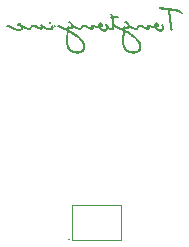
<source format=gbo>
G04 #@! TF.GenerationSoftware,KiCad,Pcbnew,8.0.6*
G04 #@! TF.CreationDate,2024-12-08T21:28:17+08:00*
G04 #@! TF.ProjectId,flex3kicad_pcb,666c6578-336b-4696-9361-645f7063622e,rev?*
G04 #@! TF.SameCoordinates,Original*
G04 #@! TF.FileFunction,Legend,Bot*
G04 #@! TF.FilePolarity,Positive*
%FSLAX46Y46*%
G04 Gerber Fmt 4.6, Leading zero omitted, Abs format (unit mm)*
G04 Created by KiCad (PCBNEW 8.0.6) date 2024-12-08 21:28:17*
%MOMM*%
%LPD*%
G01*
G04 APERTURE LIST*
%ADD10C,0.300000*%
%ADD11C,0.125000*%
%ADD12C,0.010000*%
G04 APERTURE END LIST*
D10*
G36*
X13270198Y18729237D02*
G01*
X13193791Y18791211D01*
X13193017Y18795182D01*
X13173479Y18899333D01*
X13154796Y19003666D01*
X13136964Y19108149D01*
X13119981Y19212746D01*
X13103841Y19317423D01*
X13088543Y19422146D01*
X13074082Y19526880D01*
X13060454Y19631592D01*
X13047656Y19736246D01*
X13035685Y19840809D01*
X13024537Y19945245D01*
X13014208Y20049522D01*
X13004695Y20153604D01*
X12995994Y20257457D01*
X12988101Y20361046D01*
X12981014Y20464338D01*
X12883708Y20475643D01*
X12783838Y20485857D01*
X12681926Y20495010D01*
X12578493Y20503133D01*
X12518907Y20507325D01*
X12278083Y20524422D01*
X12198172Y20580641D01*
X12190644Y20615768D01*
X12246251Y20696881D01*
X12273687Y20701253D01*
X12279549Y20701253D01*
X12378428Y20696570D01*
X12477592Y20690430D01*
X12576895Y20683025D01*
X12676190Y20674544D01*
X12775334Y20665178D01*
X12874180Y20655116D01*
X12913603Y20650939D01*
X13031999Y20637911D01*
X13151305Y20623645D01*
X13271057Y20607457D01*
X13390792Y20588657D01*
X13510047Y20566561D01*
X13628357Y20540481D01*
X13745258Y20509729D01*
X13860288Y20473619D01*
X13960246Y20436275D01*
X14048164Y20393433D01*
X14136654Y20329225D01*
X14184643Y20274317D01*
X14198809Y20226445D01*
X14135938Y20149777D01*
X14127001Y20149265D01*
X14033878Y20186511D01*
X14005857Y20207883D01*
X13921550Y20257806D01*
X13824026Y20296866D01*
X13811440Y20301184D01*
X13707621Y20333767D01*
X13601879Y20361084D01*
X13495038Y20384096D01*
X13387923Y20403766D01*
X13289701Y20420670D01*
X13191858Y20436396D01*
X13161265Y20440891D01*
X13168233Y20342520D01*
X13175953Y20243798D01*
X13184433Y20144749D01*
X13193681Y20045400D01*
X13203704Y19945776D01*
X13214511Y19845904D01*
X13226109Y19745807D01*
X13238507Y19645514D01*
X13251712Y19545048D01*
X13265732Y19444437D01*
X13280574Y19343705D01*
X13296248Y19242879D01*
X13312760Y19141985D01*
X13330118Y19041047D01*
X13348331Y18940092D01*
X13367406Y18839146D01*
X13367406Y18823514D01*
X13312441Y18739887D01*
X13270198Y18729237D01*
G37*
G36*
X12095160Y19400904D02*
G01*
X12134468Y19372084D01*
X12187252Y19288179D01*
X12197971Y19224073D01*
X12176422Y19128593D01*
X12126653Y19053591D01*
X12046751Y18993972D01*
X12037260Y18989600D01*
X12105270Y18911303D01*
X12188836Y18853649D01*
X12284326Y18818579D01*
X12294203Y18816676D01*
X12317650Y18813745D01*
X12413123Y18850549D01*
X12458823Y18923654D01*
X12466639Y18980318D01*
X12444994Y19078795D01*
X12397274Y19155196D01*
X12373826Y19212838D01*
X12425155Y19299609D01*
X12465173Y19312489D01*
X12524768Y19281714D01*
X12584468Y19195747D01*
X12626387Y19100478D01*
X12645336Y18998054D01*
X12645913Y18976899D01*
X12643470Y18928539D01*
X12611665Y18825365D01*
X12551488Y18735930D01*
X12466338Y18670252D01*
X12446611Y18660849D01*
X12350783Y18635707D01*
X12319604Y18633982D01*
X12212737Y18650005D01*
X12109283Y18693539D01*
X12014303Y18757784D01*
X11932861Y18835940D01*
X11870017Y18921206D01*
X11854078Y18950032D01*
X11807671Y18947590D01*
X11704218Y18952824D01*
X11600024Y18966459D01*
X11496592Y18985398D01*
X11395427Y19006541D01*
X11339214Y19018420D01*
X11274019Y19091863D01*
X11273756Y19098043D01*
X11324858Y19183613D01*
X11366080Y19194764D01*
X11384643Y19191344D01*
X11485263Y19170881D01*
X11585838Y19152571D01*
X11686687Y19138382D01*
X11788132Y19130283D01*
X11809137Y19122468D01*
X11799750Y19160795D01*
X11980328Y19160795D01*
X12021140Y19224073D01*
X12008439Y19242635D01*
X11995250Y19247520D01*
X11980328Y19160795D01*
X11799750Y19160795D01*
X11797413Y19170339D01*
X11812299Y19268526D01*
X11838446Y19329586D01*
X11909460Y19402065D01*
X12000623Y19427283D01*
X12095160Y19400904D01*
G37*
G36*
X10253310Y18777108D02*
G01*
X10158055Y18788832D01*
X10054682Y18817145D01*
X9953023Y18855628D01*
X9853347Y18901361D01*
X9755925Y18951429D01*
X9661027Y19002914D01*
X9630002Y19019886D01*
X9585061Y19092182D01*
X9637291Y19175447D01*
X9676408Y19186459D01*
X9720860Y19173270D01*
X9808141Y19126306D01*
X9899957Y19079572D01*
X9992685Y19036233D01*
X10100062Y18993162D01*
X10197277Y18965002D01*
X10266011Y18956871D01*
X10272361Y18957848D01*
X10327129Y19045934D01*
X10378753Y19129410D01*
X10411091Y19163500D01*
X10497391Y19212600D01*
X10599089Y19233283D01*
X10620163Y19233842D01*
X10725023Y19221220D01*
X10818656Y19190769D01*
X10888341Y19155685D01*
X10975088Y19099722D01*
X11061620Y19045155D01*
X11151158Y19003969D01*
X11169709Y18998392D01*
X11224908Y18990088D01*
X11259590Y19026236D01*
X11232736Y19124571D01*
X11217581Y19174736D01*
X11281487Y19251788D01*
X11308927Y19256313D01*
X11393587Y19202941D01*
X11396366Y19195252D01*
X11426441Y19097123D01*
X11436422Y19019397D01*
X11410683Y18921369D01*
X11342708Y18848599D01*
X11246362Y18814326D01*
X11224908Y18813256D01*
X11119800Y18829277D01*
X11018584Y18869982D01*
X10922589Y18924333D01*
X10833142Y18981295D01*
X10745156Y19028118D01*
X10651140Y19055340D01*
X10623582Y19057011D01*
X10591342Y19054080D01*
X10505057Y18995215D01*
X10452361Y18901631D01*
X10390033Y18821408D01*
X10371035Y18807394D01*
X10276314Y18778103D01*
X10253310Y18777108D01*
G37*
G36*
X9444263Y19504084D02*
G01*
X9543561Y19458369D01*
X9626244Y19389973D01*
X9685705Y19303475D01*
X9715335Y19203452D01*
X9717441Y19167897D01*
X9701574Y19067616D01*
X9691551Y19038937D01*
X9637145Y18953904D01*
X9554895Y18892585D01*
X9459729Y18865569D01*
X9430211Y18864059D01*
X9332764Y18879595D01*
X9329095Y18881156D01*
X9323722Y18809837D01*
X9429235Y18753172D01*
X9524629Y18700966D01*
X9619118Y18647202D01*
X9712577Y18591743D01*
X9804880Y18534453D01*
X9895901Y18475194D01*
X9985513Y18413828D01*
X10073591Y18350218D01*
X10160009Y18284226D01*
X10248973Y18210763D01*
X10335913Y18132521D01*
X10418806Y18049086D01*
X10495628Y17960046D01*
X10564356Y17864987D01*
X10622964Y17763493D01*
X10643121Y17721002D01*
X10679340Y17628048D01*
X10705821Y17531624D01*
X10720479Y17433360D01*
X10722745Y17378574D01*
X10715173Y17277335D01*
X10688551Y17179760D01*
X10643985Y17085567D01*
X10583111Y17002559D01*
X10508414Y16931963D01*
X10422378Y16875006D01*
X10369081Y16849055D01*
X10275896Y16814225D01*
X10179864Y16791124D01*
X10072281Y16778817D01*
X10029583Y16777736D01*
X9919275Y16784571D01*
X9810182Y16804650D01*
X9703946Y16837336D01*
X9602211Y16881993D01*
X9506621Y16937982D01*
X9418819Y17004666D01*
X9386248Y17034191D01*
X9317268Y17108564D01*
X9256875Y17189848D01*
X9205069Y17276870D01*
X9161850Y17368456D01*
X9127217Y17463432D01*
X9101171Y17560624D01*
X9093156Y17599858D01*
X9079290Y17697108D01*
X9072079Y17795711D01*
X9070198Y17885622D01*
X9070293Y17890995D01*
X9249960Y17890995D01*
X9249960Y17837750D01*
X9256671Y17722858D01*
X9274175Y17609800D01*
X9303477Y17499795D01*
X9345581Y17394060D01*
X9401493Y17293812D01*
X9423373Y17261826D01*
X9496753Y17176298D01*
X9581250Y17103764D01*
X9674675Y17044839D01*
X9774834Y17000138D01*
X9879538Y16970275D01*
X9986593Y16955867D01*
X10029583Y16954568D01*
X10127509Y16961405D01*
X10209835Y16979481D01*
X10307597Y17015243D01*
X10393326Y17067429D01*
X10463565Y17136235D01*
X10494622Y17181714D01*
X10531922Y17273368D01*
X10542982Y17348288D01*
X10542982Y17383947D01*
X10534739Y17481766D01*
X10507811Y17577387D01*
X10468401Y17671309D01*
X10418536Y17759268D01*
X10359780Y17841810D01*
X10293698Y17919485D01*
X10221856Y17992839D01*
X10145819Y18062421D01*
X10114580Y18089320D01*
X10038055Y18152602D01*
X9959234Y18213274D01*
X9878387Y18271564D01*
X9795782Y18327701D01*
X9711689Y18381916D01*
X9626377Y18434436D01*
X9540114Y18485490D01*
X9453170Y18535308D01*
X9363007Y18584893D01*
X9306625Y18614443D01*
X9286597Y18385343D01*
X9276430Y18276938D01*
X9265812Y18169261D01*
X9256676Y18061637D01*
X9250953Y17953390D01*
X9249960Y17890995D01*
X9070293Y17890995D01*
X9071958Y17985584D01*
X9073128Y18004324D01*
X9134678Y18700905D01*
X9134678Y18704324D01*
X9027504Y18757089D01*
X8918256Y18808998D01*
X8807290Y18859838D01*
X8717521Y18899598D01*
X8627065Y18938429D01*
X8536106Y18976223D01*
X8444826Y19012870D01*
X8421977Y19021840D01*
X8402926Y19030144D01*
X8342917Y19107725D01*
X8342354Y19117583D01*
X8398344Y19201355D01*
X8424419Y19205999D01*
X8451775Y19199648D01*
X8566370Y19157498D01*
X8679861Y19112861D01*
X8791644Y19066185D01*
X8901115Y19017916D01*
X9007669Y18968503D01*
X9110704Y18918392D01*
X9150798Y18898253D01*
X9165452Y19065803D01*
X9224528Y19144045D01*
X9253868Y19149823D01*
X9338136Y19096371D01*
X9341307Y19089251D01*
X9429474Y19040938D01*
X9433142Y19040891D01*
X9446332Y19040891D01*
X9525704Y19101161D01*
X9535236Y19131260D01*
X9540609Y19168874D01*
X9503051Y19267560D01*
X9419811Y19324399D01*
X9333980Y19342775D01*
X9252510Y19402744D01*
X9246541Y19434122D01*
X9300645Y19516298D01*
X9332514Y19522537D01*
X9334957Y19522537D01*
X9444263Y19504084D01*
G37*
G36*
X8191412Y18746334D02*
G01*
X8092534Y18761763D01*
X8031188Y18783947D01*
X7937977Y18839875D01*
X7856133Y18910815D01*
X7783114Y18989985D01*
X7745424Y19035029D01*
X7725396Y19092182D01*
X7778722Y19178502D01*
X7816255Y19188902D01*
X7876338Y19158127D01*
X7941678Y19080336D01*
X8013371Y19008444D01*
X8087364Y18954917D01*
X8182613Y18926573D01*
X8197274Y18926096D01*
X8255953Y19015625D01*
X8265662Y19112209D01*
X8265662Y19162035D01*
X8262564Y19261076D01*
X8253906Y19359620D01*
X8240636Y19457243D01*
X8223706Y19553520D01*
X8199896Y19666677D01*
X8173826Y19776550D01*
X8171872Y19776550D01*
X8089440Y19833840D01*
X8083456Y19864966D01*
X8130840Y19948008D01*
X8104617Y20043082D01*
X8089807Y20091135D01*
X8086387Y20116048D01*
X8145944Y20196556D01*
X8177734Y20202998D01*
X8259989Y20146165D01*
X8262731Y20138518D01*
X8290086Y20043019D01*
X8313045Y19956313D01*
X8760009Y19956313D01*
X8840106Y19899023D01*
X8845494Y19867897D01*
X8793188Y19782875D01*
X8760009Y19776550D01*
X8357008Y19776550D01*
X8378575Y19679346D01*
X8397380Y19581862D01*
X8413296Y19480040D01*
X8414650Y19469781D01*
X8429147Y19372310D01*
X8440066Y19274248D01*
X8445261Y19175865D01*
X8445424Y19156173D01*
X8439562Y19051637D01*
X8422646Y18952867D01*
X8385748Y18857622D01*
X8318045Y18781732D01*
X8299856Y18770269D01*
X8202224Y18746575D01*
X8191412Y18746334D01*
G37*
G36*
X7347080Y19400904D02*
G01*
X7386387Y19372084D01*
X7439171Y19288179D01*
X7449890Y19224073D01*
X7428341Y19128593D01*
X7378572Y19053591D01*
X7298670Y18993972D01*
X7289179Y18989600D01*
X7357189Y18911303D01*
X7440755Y18853649D01*
X7536245Y18818579D01*
X7546122Y18816676D01*
X7569569Y18813745D01*
X7665042Y18850549D01*
X7710742Y18923654D01*
X7718558Y18980318D01*
X7696913Y19078795D01*
X7649193Y19155196D01*
X7625745Y19212838D01*
X7677074Y19299609D01*
X7717092Y19312489D01*
X7776687Y19281714D01*
X7836387Y19195747D01*
X7878306Y19100478D01*
X7897255Y18998054D01*
X7897832Y18976899D01*
X7895389Y18928539D01*
X7863584Y18825365D01*
X7803407Y18735930D01*
X7718257Y18670252D01*
X7698530Y18660849D01*
X7602703Y18635707D01*
X7571523Y18633982D01*
X7464656Y18650005D01*
X7361202Y18693539D01*
X7266222Y18757784D01*
X7184780Y18835940D01*
X7121936Y18921206D01*
X7105997Y18950032D01*
X7059590Y18947590D01*
X6956137Y18952824D01*
X6851943Y18966459D01*
X6748511Y18985398D01*
X6647346Y19006541D01*
X6591133Y19018420D01*
X6525938Y19091863D01*
X6525676Y19098043D01*
X6576777Y19183613D01*
X6617999Y19194764D01*
X6636562Y19191344D01*
X6737182Y19170881D01*
X6837757Y19152571D01*
X6938606Y19138382D01*
X7040051Y19130283D01*
X7061056Y19122468D01*
X7051669Y19160795D01*
X7232247Y19160795D01*
X7273059Y19224073D01*
X7260358Y19242635D01*
X7247169Y19247520D01*
X7232247Y19160795D01*
X7051669Y19160795D01*
X7049332Y19170339D01*
X7064218Y19268526D01*
X7090365Y19329586D01*
X7161379Y19402065D01*
X7252542Y19427283D01*
X7347080Y19400904D01*
G37*
G36*
X5505229Y18777108D02*
G01*
X5409974Y18788832D01*
X5306602Y18817145D01*
X5204942Y18855628D01*
X5105266Y18901361D01*
X5007844Y18951429D01*
X4912946Y19002914D01*
X4881921Y19019886D01*
X4836981Y19092182D01*
X4889210Y19175447D01*
X4928327Y19186459D01*
X4972780Y19173270D01*
X5060060Y19126306D01*
X5151876Y19079572D01*
X5244604Y19036233D01*
X5351981Y18993162D01*
X5449196Y18965002D01*
X5517930Y18956871D01*
X5524280Y18957848D01*
X5579048Y19045934D01*
X5630672Y19129410D01*
X5663010Y19163500D01*
X5749310Y19212600D01*
X5851008Y19233283D01*
X5872082Y19233842D01*
X5976942Y19221220D01*
X6070575Y19190769D01*
X6140260Y19155685D01*
X6227007Y19099722D01*
X6313539Y19045155D01*
X6403077Y19003969D01*
X6421628Y18998392D01*
X6476827Y18990088D01*
X6511509Y19026236D01*
X6484655Y19124571D01*
X6469500Y19174736D01*
X6533406Y19251788D01*
X6560847Y19256313D01*
X6645506Y19202941D01*
X6648285Y19195252D01*
X6678360Y19097123D01*
X6688341Y19019397D01*
X6662602Y18921369D01*
X6594627Y18848599D01*
X6498281Y18814326D01*
X6476827Y18813256D01*
X6371719Y18829277D01*
X6270503Y18869982D01*
X6174508Y18924333D01*
X6085061Y18981295D01*
X5997075Y19028118D01*
X5903059Y19055340D01*
X5875501Y19057011D01*
X5843261Y19054080D01*
X5756976Y18995215D01*
X5704280Y18901631D01*
X5641952Y18821408D01*
X5622954Y18807394D01*
X5528233Y18778103D01*
X5505229Y18777108D01*
G37*
G36*
X4696182Y19504084D02*
G01*
X4795480Y19458369D01*
X4878163Y19389973D01*
X4937624Y19303475D01*
X4967254Y19203452D01*
X4969360Y19167897D01*
X4953493Y19067616D01*
X4943470Y19038937D01*
X4889064Y18953904D01*
X4806814Y18892585D01*
X4711648Y18865569D01*
X4682131Y18864059D01*
X4584683Y18879595D01*
X4581014Y18881156D01*
X4575641Y18809837D01*
X4681154Y18753172D01*
X4776548Y18700966D01*
X4871037Y18647202D01*
X4964496Y18591743D01*
X5056799Y18534453D01*
X5147820Y18475194D01*
X5237432Y18413828D01*
X5325510Y18350218D01*
X5411928Y18284226D01*
X5500892Y18210763D01*
X5587833Y18132521D01*
X5670725Y18049086D01*
X5747547Y17960046D01*
X5816275Y17864987D01*
X5874883Y17763493D01*
X5895041Y17721002D01*
X5931259Y17628048D01*
X5957740Y17531624D01*
X5972398Y17433360D01*
X5974664Y17378574D01*
X5967092Y17277335D01*
X5940470Y17179760D01*
X5895904Y17085567D01*
X5835030Y17002559D01*
X5760333Y16931963D01*
X5674297Y16875006D01*
X5621000Y16849055D01*
X5527815Y16814225D01*
X5431783Y16791124D01*
X5324200Y16778817D01*
X5281502Y16777736D01*
X5171195Y16784571D01*
X5062101Y16804650D01*
X4955865Y16837336D01*
X4854130Y16881993D01*
X4758540Y16937982D01*
X4670739Y17004666D01*
X4638167Y17034191D01*
X4569187Y17108564D01*
X4508794Y17189848D01*
X4456988Y17276870D01*
X4413769Y17368456D01*
X4379136Y17463432D01*
X4353090Y17560624D01*
X4345075Y17599858D01*
X4331209Y17697108D01*
X4323998Y17795711D01*
X4322117Y17885622D01*
X4322212Y17890995D01*
X4501879Y17890995D01*
X4501879Y17837750D01*
X4508590Y17722858D01*
X4526094Y17609800D01*
X4555396Y17499795D01*
X4597500Y17394060D01*
X4653412Y17293812D01*
X4675292Y17261826D01*
X4748672Y17176298D01*
X4833169Y17103764D01*
X4926594Y17044839D01*
X5026753Y17000138D01*
X5131457Y16970275D01*
X5238512Y16955867D01*
X5281502Y16954568D01*
X5379428Y16961405D01*
X5461754Y16979481D01*
X5559516Y17015243D01*
X5645245Y17067429D01*
X5715484Y17136235D01*
X5746541Y17181714D01*
X5783841Y17273368D01*
X5794901Y17348288D01*
X5794901Y17383947D01*
X5786658Y17481766D01*
X5759730Y17577387D01*
X5720320Y17671309D01*
X5670455Y17759268D01*
X5611699Y17841810D01*
X5545617Y17919485D01*
X5473775Y17992839D01*
X5397738Y18062421D01*
X5366499Y18089320D01*
X5289974Y18152602D01*
X5211153Y18213274D01*
X5130306Y18271564D01*
X5047701Y18327701D01*
X4963608Y18381916D01*
X4878296Y18434436D01*
X4792033Y18485490D01*
X4705089Y18535308D01*
X4614926Y18584893D01*
X4558544Y18614443D01*
X4538516Y18385343D01*
X4528349Y18276938D01*
X4517731Y18169261D01*
X4508595Y18061637D01*
X4502873Y17953390D01*
X4501879Y17890995D01*
X4322212Y17890995D01*
X4323877Y17985584D01*
X4325047Y18004324D01*
X4386597Y18700905D01*
X4386597Y18704324D01*
X4279423Y18757089D01*
X4170175Y18808998D01*
X4059209Y18859838D01*
X3969440Y18899598D01*
X3878984Y18938429D01*
X3788025Y18976223D01*
X3696745Y19012870D01*
X3673896Y19021840D01*
X3654845Y19030144D01*
X3594836Y19107725D01*
X3594273Y19117583D01*
X3650263Y19201355D01*
X3676338Y19205999D01*
X3703694Y19199648D01*
X3818289Y19157498D01*
X3931780Y19112861D01*
X4043563Y19066185D01*
X4153034Y19017916D01*
X4259588Y18968503D01*
X4362623Y18918392D01*
X4402717Y18898253D01*
X4417371Y19065803D01*
X4476448Y19144045D01*
X4505787Y19149823D01*
X4590055Y19096371D01*
X4593226Y19089251D01*
X4681393Y19040938D01*
X4685061Y19040891D01*
X4698251Y19040891D01*
X4777623Y19101161D01*
X4787155Y19131260D01*
X4792528Y19168874D01*
X4754970Y19267560D01*
X4671730Y19324399D01*
X4585899Y19342775D01*
X4504429Y19402744D01*
X4498460Y19434122D01*
X4552564Y19516298D01*
X4584433Y19522537D01*
X4586876Y19522537D01*
X4696182Y19504084D01*
G37*
G36*
X3412556Y19015001D02*
G01*
X3368104Y19025747D01*
X3297116Y19095081D01*
X3290923Y19120025D01*
X3343748Y19205892D01*
X3380805Y19214303D01*
X3427211Y19200137D01*
X3500233Y19129660D01*
X3503903Y19109279D01*
X3453924Y19021931D01*
X3412556Y19015001D01*
G37*
G36*
X2962661Y18738029D02*
G01*
X2863287Y18745706D01*
X2761083Y18767714D01*
X2710602Y18783459D01*
X2618073Y18820365D01*
X2527818Y18863357D01*
X2439739Y18911412D01*
X2353741Y18963504D01*
X2269725Y19018610D01*
X2242144Y19037471D01*
X2205020Y19111721D01*
X2252493Y19197769D01*
X2287574Y19208930D01*
X2335445Y19192321D01*
X2424166Y19132817D01*
X2514353Y19076794D01*
X2606921Y19025534D01*
X2702787Y18980318D01*
X2794320Y18944915D01*
X2891751Y18920588D01*
X2959730Y18914861D01*
X3048146Y18931470D01*
X3097971Y19005231D01*
X3058970Y19097952D01*
X3053519Y19125887D01*
X3116580Y19204610D01*
X3150239Y19211372D01*
X3234575Y19157750D01*
X3270658Y19060292D01*
X3275292Y19008162D01*
X3256790Y18909244D01*
X3200553Y18823514D01*
X3119401Y18768130D01*
X3018981Y18741280D01*
X2962661Y18738029D01*
G37*
G36*
X3020302Y19294903D02*
G01*
X2930896Y19340990D01*
X2898181Y19390646D01*
X2888411Y19425329D01*
X2898181Y19460500D01*
X2980246Y19513745D01*
X3069772Y19467787D01*
X3102856Y19418002D01*
X3112626Y19383319D01*
X3102856Y19348637D01*
X3020302Y19294903D01*
G37*
G36*
X1204601Y18777108D02*
G01*
X1109346Y18788832D01*
X1005973Y18817145D01*
X904314Y18855628D01*
X804638Y18901361D01*
X707216Y18951429D01*
X612318Y19002914D01*
X581293Y19019886D01*
X536352Y19092182D01*
X588582Y19175447D01*
X627699Y19186459D01*
X672151Y19173270D01*
X759432Y19126306D01*
X851248Y19079572D01*
X943976Y19036233D01*
X1051353Y18993162D01*
X1148568Y18965002D01*
X1217302Y18956871D01*
X1223652Y18957848D01*
X1278420Y19045934D01*
X1330044Y19129410D01*
X1362382Y19163500D01*
X1448682Y19212600D01*
X1550380Y19233283D01*
X1571454Y19233842D01*
X1676314Y19221220D01*
X1769947Y19190769D01*
X1839632Y19155685D01*
X1926379Y19099722D01*
X2012911Y19045155D01*
X2102449Y19003969D01*
X2121000Y18998392D01*
X2176199Y18990088D01*
X2210881Y19026236D01*
X2184027Y19124571D01*
X2168872Y19174736D01*
X2232778Y19251788D01*
X2260218Y19256313D01*
X2344878Y19202941D01*
X2347657Y19195252D01*
X2377732Y19097123D01*
X2387713Y19019397D01*
X2361974Y18921369D01*
X2293999Y18848599D01*
X2197653Y18814326D01*
X2176199Y18813256D01*
X2071091Y18829277D01*
X1969875Y18869982D01*
X1873880Y18924333D01*
X1784433Y18981295D01*
X1696447Y19028118D01*
X1602430Y19055340D01*
X1574873Y19057011D01*
X1542633Y19054080D01*
X1456348Y18995215D01*
X1403652Y18901631D01*
X1341324Y18821408D01*
X1322326Y18807394D01*
X1227605Y18778103D01*
X1204601Y18777108D01*
G37*
G36*
X350728Y18675992D02*
G01*
X248512Y18684296D01*
X152891Y18707255D01*
X59048Y18739449D01*
X-32184Y18778696D01*
X-121126Y18822522D01*
X-208100Y18868455D01*
X-298250Y18916494D01*
X-388860Y18961974D01*
X-481372Y19000231D01*
X-577228Y19026602D01*
X-634059Y19034540D01*
X-714568Y19090113D01*
X-723452Y19125399D01*
X-668397Y19207839D01*
X-640410Y19214303D01*
X-631128Y19214303D01*
X-520564Y19194672D01*
X-415543Y19162274D01*
X-314668Y19120439D01*
X-216540Y19072499D01*
X-119764Y19021787D01*
X-22940Y18971633D01*
X16115Y18952475D01*
X108622Y18911439D01*
X203169Y18878551D01*
X247657Y18866501D01*
X345594Y18853374D01*
X350728Y18853312D01*
X450850Y18879489D01*
X494715Y18970520D01*
X494831Y18977387D01*
X494831Y18994484D01*
X477153Y19094510D01*
X428259Y19180632D01*
X406904Y19204045D01*
X373198Y19225050D01*
X368313Y19233354D01*
X380526Y19214791D01*
X317989Y19137201D01*
X289179Y19132726D01*
X205115Y19185534D01*
X201740Y19193298D01*
X192459Y19243612D01*
X228059Y19335189D01*
X312397Y19392608D01*
X379060Y19404812D01*
X424978Y19398462D01*
X510764Y19351289D01*
X547099Y19318839D01*
X606038Y19236492D01*
X647320Y19144234D01*
X669604Y19046180D01*
X671663Y19026236D01*
X674594Y18983738D01*
X660194Y18885223D01*
X615449Y18794076D01*
X567616Y18743891D01*
X477979Y18695582D01*
X378981Y18676866D01*
X350728Y18675992D01*
G37*
G04 #@! TO.C,REF\u002A\u002A*
D11*
X4637500Y1025000D02*
G75*
G02*
X4512500Y1025000I-62500J0D01*
G01*
X4512500Y1025000D02*
G75*
G02*
X4637500Y1025000I62500J0D01*
G01*
D12*
X9000000Y1000000D02*
X4800000Y1000000D01*
X4800000Y3950000D01*
X9000000Y3950000D01*
X9000000Y1000000D01*
G04 #@! TD*
%LPC*%
%LPD*%
M02*

</source>
